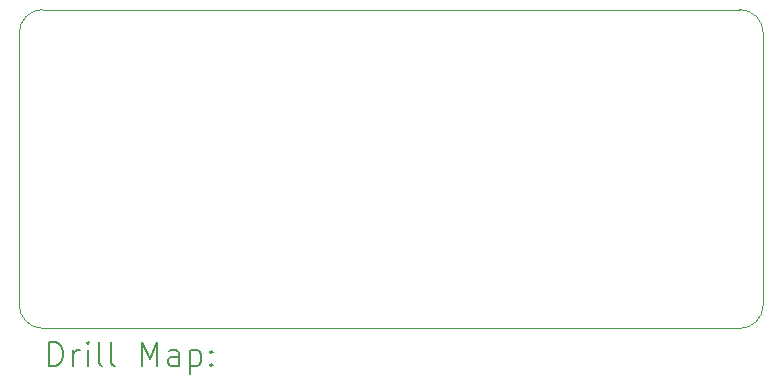
<source format=gbr>
%TF.GenerationSoftware,KiCad,Pcbnew,7.0.9-1.fc39*%
%TF.CreationDate,2023-11-14T16:17:19+02:00*%
%TF.ProjectId,CAN_transceiver_module,43414e5f-7472-4616-9e73-636569766572,v1.0*%
%TF.SameCoordinates,Original*%
%TF.FileFunction,Drillmap*%
%TF.FilePolarity,Positive*%
%FSLAX45Y45*%
G04 Gerber Fmt 4.5, Leading zero omitted, Abs format (unit mm)*
G04 Created by KiCad (PCBNEW 7.0.9-1.fc39) date 2023-11-14 16:17:19*
%MOMM*%
%LPD*%
G01*
G04 APERTURE LIST*
%ADD10C,0.100000*%
%ADD11C,0.200000*%
G04 APERTURE END LIST*
D10*
X9900000Y-8700000D02*
G75*
G03*
X9700000Y-8900000I0J-200000D01*
G01*
X16000000Y-8900000D02*
G75*
G03*
X15800000Y-8700000I-200000J0D01*
G01*
X9900000Y-8700000D02*
X15800000Y-8700000D01*
X9700000Y-11200000D02*
G75*
G03*
X9900000Y-11400000I200000J0D01*
G01*
X9700000Y-11200000D02*
X9700000Y-8900000D01*
X15800000Y-11400000D02*
G75*
G03*
X16000000Y-11200000I0J200000D01*
G01*
X16000000Y-8900000D02*
X16000000Y-11200000D01*
X15800000Y-11400000D02*
X9900000Y-11400000D01*
D11*
X9955777Y-11716484D02*
X9955777Y-11516484D01*
X9955777Y-11516484D02*
X10003396Y-11516484D01*
X10003396Y-11516484D02*
X10031967Y-11526008D01*
X10031967Y-11526008D02*
X10051015Y-11545055D01*
X10051015Y-11545055D02*
X10060539Y-11564103D01*
X10060539Y-11564103D02*
X10070063Y-11602198D01*
X10070063Y-11602198D02*
X10070063Y-11630769D01*
X10070063Y-11630769D02*
X10060539Y-11668865D01*
X10060539Y-11668865D02*
X10051015Y-11687912D01*
X10051015Y-11687912D02*
X10031967Y-11706960D01*
X10031967Y-11706960D02*
X10003396Y-11716484D01*
X10003396Y-11716484D02*
X9955777Y-11716484D01*
X10155777Y-11716484D02*
X10155777Y-11583150D01*
X10155777Y-11621246D02*
X10165301Y-11602198D01*
X10165301Y-11602198D02*
X10174824Y-11592674D01*
X10174824Y-11592674D02*
X10193872Y-11583150D01*
X10193872Y-11583150D02*
X10212920Y-11583150D01*
X10279586Y-11716484D02*
X10279586Y-11583150D01*
X10279586Y-11516484D02*
X10270063Y-11526008D01*
X10270063Y-11526008D02*
X10279586Y-11535531D01*
X10279586Y-11535531D02*
X10289110Y-11526008D01*
X10289110Y-11526008D02*
X10279586Y-11516484D01*
X10279586Y-11516484D02*
X10279586Y-11535531D01*
X10403396Y-11716484D02*
X10384348Y-11706960D01*
X10384348Y-11706960D02*
X10374824Y-11687912D01*
X10374824Y-11687912D02*
X10374824Y-11516484D01*
X10508158Y-11716484D02*
X10489110Y-11706960D01*
X10489110Y-11706960D02*
X10479586Y-11687912D01*
X10479586Y-11687912D02*
X10479586Y-11516484D01*
X10736729Y-11716484D02*
X10736729Y-11516484D01*
X10736729Y-11516484D02*
X10803396Y-11659341D01*
X10803396Y-11659341D02*
X10870063Y-11516484D01*
X10870063Y-11516484D02*
X10870063Y-11716484D01*
X11051015Y-11716484D02*
X11051015Y-11611722D01*
X11051015Y-11611722D02*
X11041491Y-11592674D01*
X11041491Y-11592674D02*
X11022444Y-11583150D01*
X11022444Y-11583150D02*
X10984348Y-11583150D01*
X10984348Y-11583150D02*
X10965301Y-11592674D01*
X11051015Y-11706960D02*
X11031967Y-11716484D01*
X11031967Y-11716484D02*
X10984348Y-11716484D01*
X10984348Y-11716484D02*
X10965301Y-11706960D01*
X10965301Y-11706960D02*
X10955777Y-11687912D01*
X10955777Y-11687912D02*
X10955777Y-11668865D01*
X10955777Y-11668865D02*
X10965301Y-11649817D01*
X10965301Y-11649817D02*
X10984348Y-11640293D01*
X10984348Y-11640293D02*
X11031967Y-11640293D01*
X11031967Y-11640293D02*
X11051015Y-11630769D01*
X11146253Y-11583150D02*
X11146253Y-11783150D01*
X11146253Y-11592674D02*
X11165301Y-11583150D01*
X11165301Y-11583150D02*
X11203396Y-11583150D01*
X11203396Y-11583150D02*
X11222443Y-11592674D01*
X11222443Y-11592674D02*
X11231967Y-11602198D01*
X11231967Y-11602198D02*
X11241491Y-11621246D01*
X11241491Y-11621246D02*
X11241491Y-11678388D01*
X11241491Y-11678388D02*
X11231967Y-11697436D01*
X11231967Y-11697436D02*
X11222443Y-11706960D01*
X11222443Y-11706960D02*
X11203396Y-11716484D01*
X11203396Y-11716484D02*
X11165301Y-11716484D01*
X11165301Y-11716484D02*
X11146253Y-11706960D01*
X11327205Y-11697436D02*
X11336729Y-11706960D01*
X11336729Y-11706960D02*
X11327205Y-11716484D01*
X11327205Y-11716484D02*
X11317682Y-11706960D01*
X11317682Y-11706960D02*
X11327205Y-11697436D01*
X11327205Y-11697436D02*
X11327205Y-11716484D01*
X11327205Y-11592674D02*
X11336729Y-11602198D01*
X11336729Y-11602198D02*
X11327205Y-11611722D01*
X11327205Y-11611722D02*
X11317682Y-11602198D01*
X11317682Y-11602198D02*
X11327205Y-11592674D01*
X11327205Y-11592674D02*
X11327205Y-11611722D01*
M02*

</source>
